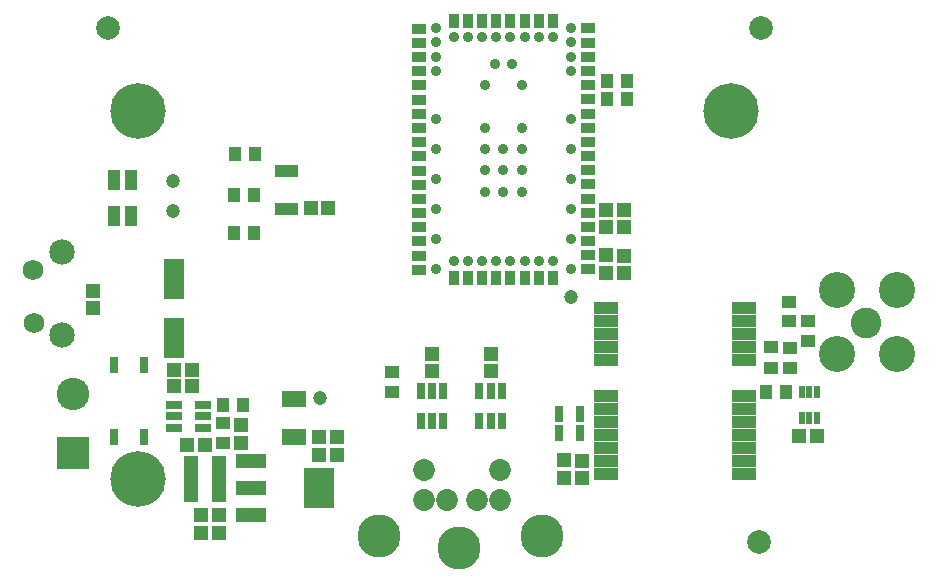
<source format=gts>
G04*
G04 #@! TF.GenerationSoftware,Altium Limited,Altium Designer,25.2.1 (25)*
G04*
G04 Layer_Color=8388736*
%FSLAX44Y44*%
%MOMM*%
G71*
G04*
G04 #@! TF.SameCoordinates,87619A9C-F5BC-4542-8D18-A5A081A772CD*
G04*
G04*
G04 #@! TF.FilePolarity,Negative*
G04*
G01*
G75*
%ADD37R,0.8000X1.4000*%
%ADD38C,0.9000*%
%ADD39R,1.1032X1.2032*%
%ADD40R,1.2900X0.8500*%
%ADD41R,0.8500X1.2900*%
G04:AMPARAMS|DCode=42|XSize=1.1532mm|YSize=1.1532mm|CornerRadius=0mm|HoleSize=0mm|Usage=FLASHONLY|Rotation=180.000|XOffset=0mm|YOffset=0mm|HoleType=Round|Shape=RoundedRectangle|*
%AMROUNDEDRECTD42*
21,1,1.1532,1.1532,0,0,180.0*
21,1,1.1532,1.1532,0,0,180.0*
1,1,0.0000,-0.5766,0.5766*
1,1,0.0000,0.5766,0.5766*
1,1,0.0000,0.5766,-0.5766*
1,1,0.0000,-0.5766,-0.5766*
%
%ADD42ROUNDEDRECTD42*%
G04:AMPARAMS|DCode=43|XSize=1.1532mm|YSize=1.1532mm|CornerRadius=0mm|HoleSize=0mm|Usage=FLASHONLY|Rotation=90.000|XOffset=0mm|YOffset=0mm|HoleType=Round|Shape=RoundedRectangle|*
%AMROUNDEDRECTD43*
21,1,1.1532,1.1532,0,0,90.0*
21,1,1.1532,1.1532,0,0,90.0*
1,1,0.0000,0.5766,0.5766*
1,1,0.0000,0.5766,-0.5766*
1,1,0.0000,-0.5766,-0.5766*
1,1,0.0000,-0.5766,0.5766*
%
%ADD43ROUNDEDRECTD43*%
%ADD44R,1.2032X1.1032*%
%ADD45R,1.4032X0.8032*%
%ADD46R,0.5032X1.0532*%
%ADD47R,2.0032X1.0032*%
%ADD48R,1.1032X1.7032*%
%ADD49R,2.1032X1.4032*%
%ADD50R,2.6032X3.5032*%
%ADD51R,2.6032X1.2032*%
%ADD52R,0.5400X1.0900*%
%ADD53C,1.2000*%
%ADD54R,0.8032X1.4532*%
%ADD55R,0.8032X1.4032*%
%ADD56R,1.1832X3.9032*%
%ADD57R,1.8032X3.4032*%
%ADD58C,2.0000*%
%ADD59C,4.7032*%
%ADD60C,3.6532*%
%ADD61C,1.8532*%
%ADD62C,3.0532*%
%ADD63C,2.6032*%
%ADD64R,2.7532X2.7532*%
%ADD65C,2.7532*%
%ADD66C,1.7432*%
%ADD67C,1.2032*%
%ADD68C,2.1532*%
D37*
X143359Y123170D02*
D03*
X117959D02*
D03*
Y184170D02*
D03*
X143359D02*
D03*
D38*
X504570Y469658D02*
D03*
Y457658D02*
D03*
Y445658D02*
D03*
Y433658D02*
D03*
X390569Y469658D02*
D03*
Y457658D02*
D03*
Y445658D02*
D03*
Y433658D02*
D03*
Y392408D02*
D03*
Y367008D02*
D03*
Y341608D02*
D03*
Y316208D02*
D03*
Y290808D02*
D03*
Y265408D02*
D03*
X504570D02*
D03*
Y341608D02*
D03*
Y367008D02*
D03*
Y392408D02*
D03*
X405569Y461908D02*
D03*
X417569D02*
D03*
X429569D02*
D03*
X441569D02*
D03*
X453569D02*
D03*
X465569D02*
D03*
X477569D02*
D03*
X489569D02*
D03*
Y272908D02*
D03*
X477569D02*
D03*
X465569D02*
D03*
X453569D02*
D03*
X441569D02*
D03*
X429569D02*
D03*
X417569D02*
D03*
X405569D02*
D03*
X454570Y439408D02*
D03*
X447569Y367408D02*
D03*
Y349408D02*
D03*
Y331408D02*
D03*
X440570Y439408D02*
D03*
X432169Y421408D02*
D03*
Y331408D02*
D03*
Y349408D02*
D03*
Y367408D02*
D03*
Y385408D02*
D03*
X462969Y421408D02*
D03*
Y331408D02*
D03*
Y349408D02*
D03*
Y367408D02*
D03*
Y385408D02*
D03*
X504570Y316208D02*
D03*
Y290808D02*
D03*
D39*
X552239Y409838D02*
D03*
X535239D02*
D03*
X535309Y424627D02*
D03*
X552309D02*
D03*
X226862Y150733D02*
D03*
X209862D02*
D03*
X219136Y296046D02*
D03*
X236137D02*
D03*
X219137Y328531D02*
D03*
X236136D02*
D03*
X219948Y363220D02*
D03*
X236949D02*
D03*
X686546Y161318D02*
D03*
X669546D02*
D03*
D40*
X519040Y265451D02*
D03*
Y277451D02*
D03*
Y289451D02*
D03*
Y301451D02*
D03*
Y313451D02*
D03*
Y325451D02*
D03*
Y337451D02*
D03*
Y349451D02*
D03*
Y361451D02*
D03*
Y373451D02*
D03*
Y385451D02*
D03*
Y397451D02*
D03*
Y409451D02*
D03*
Y421451D02*
D03*
Y433451D02*
D03*
Y445451D02*
D03*
Y457451D02*
D03*
Y469451D02*
D03*
X375920Y469211D02*
D03*
Y457211D02*
D03*
Y445211D02*
D03*
Y433211D02*
D03*
Y421211D02*
D03*
Y409211D02*
D03*
Y397211D02*
D03*
Y385211D02*
D03*
Y373211D02*
D03*
Y361211D02*
D03*
Y349211D02*
D03*
Y337211D02*
D03*
Y325211D02*
D03*
Y313211D02*
D03*
Y301211D02*
D03*
Y289211D02*
D03*
Y277211D02*
D03*
Y265211D02*
D03*
D41*
X489569Y475909D02*
D03*
X477569D02*
D03*
X465569D02*
D03*
X453569D02*
D03*
X441569D02*
D03*
X429569D02*
D03*
X417569D02*
D03*
X405569D02*
D03*
X405590Y258221D02*
D03*
X417590D02*
D03*
X429590D02*
D03*
X441590D02*
D03*
X453590D02*
D03*
X465590D02*
D03*
X477590D02*
D03*
X489590D02*
D03*
D42*
X306644Y108097D02*
D03*
X291643D02*
D03*
X183878Y180340D02*
D03*
X168878D02*
D03*
X299443Y317344D02*
D03*
X284442D02*
D03*
X712819Y124005D02*
D03*
X697819D02*
D03*
X291763Y123337D02*
D03*
X306763D02*
D03*
X194909Y116876D02*
D03*
X179909D02*
D03*
X168878Y166370D02*
D03*
X183878D02*
D03*
D43*
X206758Y42130D02*
D03*
Y57131D02*
D03*
X225579Y133448D02*
D03*
Y118449D02*
D03*
X534518Y316110D02*
D03*
Y301110D02*
D03*
X100000Y247500D02*
D03*
X499162Y103728D02*
D03*
Y88728D02*
D03*
X514060Y88603D02*
D03*
Y103603D02*
D03*
X387198Y194190D02*
D03*
Y179190D02*
D03*
X436728Y194190D02*
D03*
Y179190D02*
D03*
X191518Y42130D02*
D03*
Y57131D02*
D03*
X549758Y316110D02*
D03*
Y301110D02*
D03*
X100000Y232500D02*
D03*
X549501Y277222D02*
D03*
Y262222D02*
D03*
X534646Y262263D02*
D03*
Y277263D02*
D03*
D44*
X210269Y135536D02*
D03*
Y118536D02*
D03*
X689924Y199322D02*
D03*
X674487Y182384D02*
D03*
Y199384D02*
D03*
X689000Y237728D02*
D03*
X353284Y178837D02*
D03*
Y161837D02*
D03*
X689000Y221728D02*
D03*
X689924Y182322D02*
D03*
X705800Y204877D02*
D03*
Y221877D02*
D03*
D45*
X193559Y150506D02*
D03*
Y131506D02*
D03*
Y141006D02*
D03*
X168559Y150506D02*
D03*
Y141006D02*
D03*
Y131506D02*
D03*
D46*
X266509Y348490D02*
D03*
X256509Y316990D02*
D03*
X266509D02*
D03*
X271508Y348490D02*
D03*
X261508D02*
D03*
X256509D02*
D03*
X261508Y316990D02*
D03*
X271508D02*
D03*
D47*
X651358Y199560D02*
D03*
Y188560D02*
D03*
Y210560D02*
D03*
Y221560D02*
D03*
Y232560D02*
D03*
X534518D02*
D03*
Y221560D02*
D03*
Y210560D02*
D03*
Y199560D02*
D03*
Y188560D02*
D03*
Y158560D02*
D03*
Y147560D02*
D03*
Y136560D02*
D03*
Y125560D02*
D03*
Y114560D02*
D03*
Y103560D02*
D03*
Y92560D02*
D03*
X651358Y136560D02*
D03*
Y125560D02*
D03*
Y114560D02*
D03*
Y103560D02*
D03*
Y92560D02*
D03*
Y147560D02*
D03*
Y158560D02*
D03*
D48*
X118000Y341500D02*
D03*
X132000D02*
D03*
X118000Y310500D02*
D03*
X132000D02*
D03*
D49*
X270358Y155700D02*
D03*
Y123700D02*
D03*
D50*
X291528Y80150D02*
D03*
D51*
X233528Y57150D02*
D03*
Y80150D02*
D03*
Y103150D02*
D03*
D52*
X699982Y139671D02*
D03*
X706482D02*
D03*
X712982D02*
D03*
Y161671D02*
D03*
X706482D02*
D03*
X699982D02*
D03*
D53*
X291948Y156210D02*
D03*
X504517Y242152D02*
D03*
D54*
X512694Y142887D02*
D03*
X494694D02*
D03*
X494799Y127028D02*
D03*
X512800D02*
D03*
D55*
X427228Y137360D02*
D03*
X436728D02*
D03*
X446228D02*
D03*
Y162360D02*
D03*
X436728D02*
D03*
X427228D02*
D03*
X377698D02*
D03*
X387198D02*
D03*
X396698D02*
D03*
Y137360D02*
D03*
X387198D02*
D03*
X377698D02*
D03*
D56*
X206459Y87666D02*
D03*
X182759D02*
D03*
D57*
X168758Y207410D02*
D03*
Y257410D02*
D03*
D58*
X666000Y470000D02*
D03*
X113000D02*
D03*
X664000Y35000D02*
D03*
D59*
X138000Y400000D02*
D03*
Y88000D02*
D03*
X640000Y400000D02*
D03*
D60*
X342000Y40000D02*
D03*
X410000Y30000D02*
D03*
X480000Y40000D02*
D03*
D61*
X425000Y70000D02*
D03*
X400000D02*
D03*
X380000Y96000D02*
D03*
Y70000D02*
D03*
X445000Y96000D02*
D03*
Y70000D02*
D03*
D62*
X781000Y194000D02*
D03*
X730000D02*
D03*
Y248000D02*
D03*
X781000D02*
D03*
D63*
X755000Y220000D02*
D03*
D64*
X83000Y110000D02*
D03*
D65*
Y160000D02*
D03*
D66*
X50000Y220000D02*
D03*
X49000Y265000D02*
D03*
D67*
X168000Y340000D02*
D03*
Y315000D02*
D03*
D68*
X74000Y210000D02*
D03*
Y280000D02*
D03*
M02*

</source>
